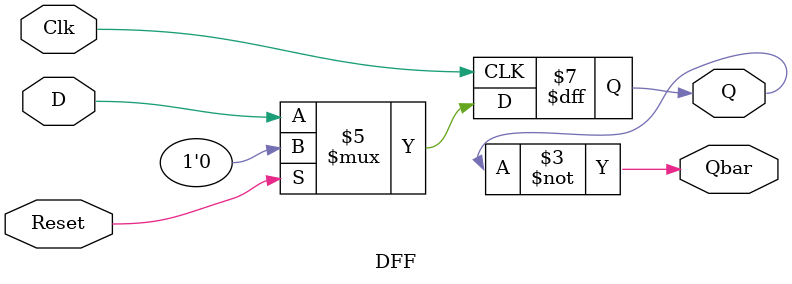
<source format=v>
module DFF (
    output reg Q,
    output     Qbar,
    input      D,
    input      Clk,
    input      Reset
);

    always @(posedge Clk) begin
        if (Reset == 1'b1)  // If Reset is asserted
            Q <= 1'b0;
        else
            Q <= D;
    end

    assign Qbar = ~Q;

endmodule

</source>
